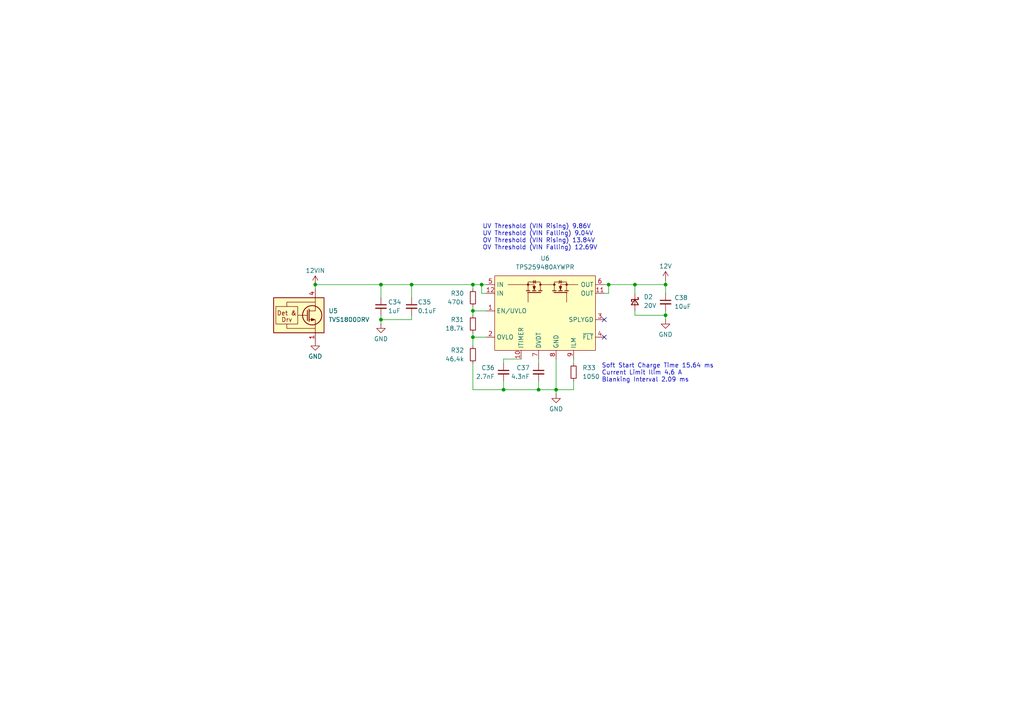
<source format=kicad_sch>
(kicad_sch (version 20250114) (generator "eeschema") (generator_version "9.0")
  (paper "A4")
  (lib_symbols
    (symbol "Device:C_Small" (pin_numbers (hide yes)) (pin_names (offset 0.254) (hide yes))
      (property "Reference" "C" (at 0.254 1.778 0))
      (property "Value" "C_Small" (at 0.254 -2.032 0))
      (symbol "C_Small_0_1"
        (polyline (pts (xy -1.524 0.508) (xy 1.524 0.508)) (stroke (width 0.3048)))
        (polyline (pts (xy -1.524 -0.508) (xy 1.524 -0.508)) (stroke (width 0.3302)))
      )
      (symbol "C_Small_1_1"
        (pin passive line (at 0 2.54 270) (length 2.032) (name "~") (number "1"))
        (pin passive line (at 0 -2.54 90) (length 2.032) (name "~") (number "2"))
      )
    )
    (symbol "Device:D_Schottky_Small" (pin_numbers (hide yes)) (pin_names (offset 0.254) (hide yes))
      (property "Reference" "D" (at -1.27 2.032 0))
      (property "Value" "D_Schottky_Small" (at -7.112 -2.032 0))
      (symbol "D_Schottky_Small_0_1"
        (polyline (pts (xy -1.27 0.762) (xy -1.27 1.016) (xy -0.762 1.016) (xy -0.762 -1.016) (xy -0.254 -1.016) (xy -0.254 -0.762)) (stroke (width 0.254)))
        (polyline (pts (xy -0.762 0) (xy 0.762 0)))
        (polyline (pts (xy 0.762 -1.016) (xy -0.762 0) (xy 0.762 1.016) (xy 0.762 -1.016)) (stroke (width 0.254)))
      )
      (symbol "D_Schottky_Small_1_1"
        (pin passive line (at -2.54 0 0) (length 1.778) (name "K") (number "1"))
        (pin passive line (at 2.54 0 180) (length 1.778) (name "A") (number "2"))
      )
    )
    (symbol "Device:R_Small" (pin_numbers (hide yes)) (pin_names (offset 0.254) (hide yes))
      (property "Reference" "R" (at 0.762 0.508 0))
      (property "Value" "R_Small" (at 0.762 -1.016 0))
      (symbol "R_Small_0_1"
        (rectangle (start -0.762 1.778) (end 0.762 -1.778) (stroke (width 0.2032)))
      )
      (symbol "R_Small_1_1"
        (pin passive line (at 0 2.54 270) (length 0.762) (name "~") (number "1"))
        (pin passive line (at 0 -2.54 90) (length 0.762) (name "~") (number "2"))
      )
    )
    (symbol "Power_Protection:TVS1800DRV" (pin_names (offset 0) (hide yes))
      (property "Reference" "U" (at 2.54 1.27 0))
      (property "Value" "TVS1800DRV" (at 2.54 -1.27 0))
      (symbol "TVS1800DRV_0_0"
        (rectangle (start -11.43 2.54) (end -5.08 -2.54))
        (polyline (pts (xy -8.255 2.54) (xy -8.255 3.81) (xy 0 3.81)))
        (polyline (pts (xy -8.255 -2.54) (xy -8.255 -3.81) (xy 0 -3.81)))
        (polyline (pts (xy 0 1.27) (xy -1.778 1.27)))
        (text "Det &" (at -8.255 0.635 0) (effects (font (size 1.27 1.27))))
        (text "Drv" (at -8.255 -1.27 0) (effects (font (size 1.27 1.27))))
      )
      (symbol "TVS1800DRV_0_1"
        (rectangle (start -12.065 5.08) (end 2.54 -5.08) (stroke (width 0.254)) (fill (type background)))
        (polyline (pts (xy -2.286 1.397) (xy -2.286 -1.524)) (stroke (width 0.254)))
        (polyline (pts (xy -2.286 0) (xy -5.08 0)))
        (polyline (pts (xy -1.778 1.778) (xy -1.778 -1.778)) (stroke (width 0.254)))
        (circle (center -0.889 0) (radius 2.794) (stroke (width 0.254)))
        (polyline (pts (xy -0.127 -1.27) (xy -1.143 -1.651) (xy -1.143 -0.889) (xy -0.127 -1.27)) (fill (type outline)))
        (polyline (pts (xy 0 5.08) (xy 0 2.54)))
        (polyline (pts (xy 0 2.54) (xy 0 1.27)))
        (polyline (pts (xy 0 -2.54) (xy 0 -5.08)))
        (polyline (pts (xy 0 -2.54) (xy 0 -1.27) (xy -1.778 -1.27)))
      )
      (symbol "TVS1800DRV_1_1"
        (pin passive line (at 0 7.62 270) (length 2.54) (name "IN") (number "4"))
        (pin passive line (at 0 7.62 270) (length 2.54) (hide yes) (name "IN") (number "5"))
        (pin passive line (at 0 7.62 270) (length 2.54) (hide yes) (name "IN") (number "6"))
        (pin power_in line (at 0 -7.62 90) (length 2.54) (name "GND") (number "1"))
        (pin passive line (at 0 -7.62 90) (length 2.54) (hide yes) (name "GND") (number "2"))
        (pin passive line (at 0 -7.62 90) (length 2.54) (hide yes) (name "GND") (number "3"))
        (pin passive line (at 0 -7.62 90) (length 2.54) (hide yes) (name "GND") (number "7"))
      )
    )
    (symbol "lib:TPS259480AYWP"
      (property "Reference" "U?" (at -5.08 -22.606 0))
      (property "Value" "TPS259480AYWPR" (at -2.794 -24.892 0))
      (symbol "TPS259480AYWP_0_1"
        (polyline (pts (xy -11.43 7.62) (xy -3.81 7.62) (xy -3.81 5.842)))
        (circle (center -5.588 7.62) (radius 0.254) (fill (type outline)))
        (polyline (pts (xy -5.588 5.842) (xy -5.588 8.382) (xy -2.032 8.382) (xy -2.032 5.842)))
        (polyline (pts (xy -5.588 5.334) (xy -5.588 2.54)))
        (polyline (pts (xy -5.08 5.842) (xy -6.096 5.842)) (stroke (width 0.254)))
        (polyline (pts (xy -3.81 6.096) (xy -3.429 7.112) (xy -4.191 7.112) (xy -3.81 6.096)) (fill (type outline)))
        (polyline (pts (xy -3.429 8.382) (xy -4.064 8.001) (xy -4.064 8.763) (xy -3.429 8.382)))
        (polyline (pts (xy -3.302 7.874) (xy -3.429 8.001) (xy -3.429 8.763) (xy -3.556 8.89)))
        (polyline (pts (xy -3.302 5.842) (xy -4.318 5.842)) (stroke (width 0.254)))
        (circle (center -2.032 7.62) (radius 0.254) (fill (type outline)))
        (polyline (pts (xy -1.905 5.334) (xy -5.715 5.334)) (stroke (width 0.254)))
        (polyline (pts (xy -1.524 5.842) (xy -2.54 5.842)) (stroke (width 0.254)))
        (polyline (pts (xy 1.27 7.62) (xy -2.032 7.62)))
        (polyline (pts (xy 1.27 7.62) (xy 2.032 7.62)))
        (polyline (pts (xy 1.524 5.842) (xy 2.54 5.842)) (stroke (width 0.254)))
        (polyline (pts (xy 1.905 5.334) (xy 5.715 5.334)) (stroke (width 0.254)))
        (circle (center 2.032 7.62) (radius 0.254) (fill (type outline)))
        (polyline (pts (xy 3.302 7.874) (xy 3.429 8.001) (xy 3.429 8.763) (xy 3.556 8.89)))
        (polyline (pts (xy 3.302 5.842) (xy 4.318 5.842)) (stroke (width 0.254)))
        (polyline (pts (xy 3.429 8.382) (xy 4.064 8.001) (xy 4.064 8.763) (xy 3.429 8.382)))
        (polyline (pts (xy 3.81 6.096) (xy 3.429 7.112) (xy 4.191 7.112) (xy 3.81 6.096)) (fill (type outline)))
        (polyline (pts (xy 5.08 5.842) (xy 6.096 5.842)) (stroke (width 0.254)))
        (circle (center 5.588 7.62) (radius 0.254) (fill (type outline)))
        (polyline (pts (xy 5.588 5.842) (xy 5.588 8.382) (xy 2.032 8.382) (xy 2.032 5.842)))
        (polyline (pts (xy 5.588 5.334) (xy 5.588 2.54)))
        (polyline (pts (xy 8.89 7.62) (xy 3.81 7.62) (xy 3.81 5.842)))
      )
      (symbol "TPS259480AYWP_1_1"
        (rectangle (start -15.24 10.16) (end 13.97 -11.43) (fill (type background)))
        (pin power_in line (at -17.78 7.62 0) (length 2.54) (name "IN") (number "5"))
        (pin power_in line (at -17.78 5.08 0) (length 2.54) (name "IN") (number "12"))
        (pin input line (at -17.78 0 0) (length 2.54) (name "EN/UVLO") (number "1"))
        (pin input line (at -17.78 -7.62 0) (length 2.54) (name "OVLO") (number "2"))
        (pin output line (at -7.62 -13.97 90) (length 2.54) (name "ITIMER") (number "10"))
        (pin output line (at -2.54 -13.97 90) (length 2.54) (name "DVDT") (number "7"))
        (pin passive line (at 2.54 -13.97 90) (length 2.54) (name "GND") (number "8"))
        (pin output line (at 7.62 -13.97 90) (length 2.54) (name "ILM") (number "9"))
        (pin power_in line (at 16.51 7.62 180) (length 2.54) (name "OUT") (number "6"))
        (pin power_in line (at 16.51 5.08 180) (length 2.54) (name "OUT") (number "11"))
        (pin output line (at 16.51 -2.54 180) (length 2.54) (name "SPLYGD") (number "3"))
        (pin output line (at 16.51 -7.62 180) (length 2.54) (name "~{FLT}") (number "4"))
      )
    )
    (symbol "power:+12V" (power) (pin_numbers (hide yes)) (pin_names (offset 0) (hide yes))
      (property "Value" "+12V" (at 0 3.556 0))
      (symbol "+12V_0_1"
        (polyline (pts (xy -0.762 1.27) (xy 0 2.54)))
        (polyline (pts (xy 0 2.54) (xy 0.762 1.27)))
        (polyline (pts (xy 0 0) (xy 0 2.54)))
      )
      (symbol "+12V_1_1"
        (pin power_in line (at 0 0 90) (length 0) (name "~") (number "1"))
      )
    )
    (symbol "power:GND" (power) (pin_numbers (hide yes)) (pin_names (offset 0) (hide yes))
      (property "Value" "GND" (at 0 -3.81 0))
      (symbol "GND_0_1"
        (polyline (pts (xy 0 0) (xy 0 -1.27) (xy 1.27 -1.27) (xy 0 -2.54) (xy -1.27 -1.27) (xy 0 -1.27)))
      )
      (symbol "GND_1_1"
        (pin power_in line (at 0 0 270) (length 0) (name "~") (number "1"))
      )
    )
  )
  (text "Soft Start Charge Time 15.64 ms\nCurrent Limit Ilim 4.6 A\nBlanking Interval 2.09 ms" (at 174.498 108.204 0) (effects (font (size 1.27 1.27)) (justify left)))
  (text "UV Threshold (VIN Rising) 9.86V\nUV Threshold (VIN Falling) 9.04V\nOV Threshold (VIN Rising) 13.84V\nOV Threshold (VIN Falling) 12.69V" (at 139.954 68.834 0) (effects (font (size 1.27 1.27)) (justify left)))
  (junction (at 91.44 82.55))
  (junction (at 137.16 90.17))
  (junction (at 137.16 97.79))
  (junction (at 193.04 82.55))
  (junction (at 161.29 113.03))
  (junction (at 176.53 82.55))
  (junction (at 184.15 82.55))
  (junction (at 137.16 82.55))
  (junction (at 156.21 113.03))
  (junction (at 139.7 82.55))
  (junction (at 193.04 91.44))
  (junction (at 146.05 113.03))
  (junction (at 110.49 82.55))
  (junction (at 119.38 82.55))
  (junction (at 110.49 92.71))
  (no_connect (at 175.26 97.79))
  (no_connect (at 175.26 92.71))
  (wire (pts (xy 137.16 105.41) (xy 137.16 113.03)))
  (wire (pts (xy 156.21 110.49) (xy 156.21 113.03)))
  (wire (pts (xy 137.16 83.82) (xy 137.16 82.55)))
  (wire (pts (xy 119.38 82.55) (xy 137.16 82.55)))
  (wire (pts (xy 146.05 104.14) (xy 151.13 104.14)))
  (wire (pts (xy 110.49 93.98) (xy 110.49 92.71)))
  (wire (pts (xy 156.21 113.03) (xy 161.29 113.03)))
  (wire (pts (xy 140.97 97.79) (xy 137.16 97.79)))
  (wire (pts (xy 176.53 82.55) (xy 184.15 82.55)))
  (wire (pts (xy 184.15 82.55) (xy 193.04 82.55)))
  (wire (pts (xy 146.05 110.49) (xy 146.05 113.03)))
  (wire (pts (xy 137.16 96.52) (xy 137.16 97.79)))
  (wire (pts (xy 140.97 90.17) (xy 137.16 90.17)))
  (wire (pts (xy 119.38 82.55) (xy 119.38 86.36)))
  (wire (pts (xy 146.05 113.03) (xy 156.21 113.03)))
  (wire (pts (xy 193.04 81.28) (xy 193.04 82.55)))
  (wire (pts (xy 161.29 104.14) (xy 161.29 113.03)))
  (wire (pts (xy 175.26 85.09) (xy 176.53 85.09)))
  (wire (pts (xy 176.53 85.09) (xy 176.53 82.55)))
  (wire (pts (xy 137.16 82.55) (xy 139.7 82.55)))
  (wire (pts (xy 184.15 90.17) (xy 184.15 91.44)))
  (wire (pts (xy 91.44 82.55) (xy 110.49 82.55)))
  (wire (pts (xy 119.38 92.71) (xy 110.49 92.71)))
  (wire (pts (xy 175.26 82.55) (xy 176.53 82.55)))
  (wire (pts (xy 137.16 88.9) (xy 137.16 90.17)))
  (wire (pts (xy 140.97 85.09) (xy 139.7 85.09)))
  (wire (pts (xy 156.21 104.14) (xy 156.21 105.41)))
  (wire (pts (xy 166.37 113.03) (xy 161.29 113.03)))
  (wire (pts (xy 110.49 82.55) (xy 119.38 82.55)))
  (wire (pts (xy 161.29 113.03) (xy 161.29 114.3)))
  (wire (pts (xy 137.16 113.03) (xy 146.05 113.03)))
  (wire (pts (xy 110.49 82.55) (xy 110.49 86.36)))
  (wire (pts (xy 137.16 90.17) (xy 137.16 91.44)))
  (wire (pts (xy 193.04 85.09) (xy 193.04 82.55)))
  (wire (pts (xy 137.16 97.79) (xy 137.16 100.33)))
  (wire (pts (xy 166.37 110.49) (xy 166.37 113.03)))
  (wire (pts (xy 184.15 91.44) (xy 193.04 91.44)))
  (wire (pts (xy 146.05 105.41) (xy 146.05 104.14)))
  (wire (pts (xy 166.37 104.14) (xy 166.37 105.41)))
  (wire (pts (xy 193.04 91.44) (xy 193.04 92.71)))
  (wire (pts (xy 139.7 85.09) (xy 139.7 82.55)))
  (wire (pts (xy 184.15 82.55) (xy 184.15 85.09)))
  (wire (pts (xy 110.49 92.71) (xy 110.49 91.44)))
  (wire (pts (xy 119.38 91.44) (xy 119.38 92.71)))
  (wire (pts (xy 139.7 82.55) (xy 140.97 82.55)))
  (wire (pts (xy 193.04 90.17) (xy 193.04 91.44)))
  (wire (pts (xy 91.44 82.55) (xy 91.44 83.82)))
  (symbol (lib_id "Device:R_Small") (at 166.37 107.95 0) (mirror y) (unit 1)
    (property "Reference" "R33" (at 168.91 106.6799 0) (effects (justify right)))
    (property "Value" "1050" (at 168.91 109.2199 0) (effects (justify right)))
    (property "Footprint" "Resistor_SMD:R_0603_1608Metric" (effects (hide yes)))
    (property "Description" "1.05 kOhms ±1% 0.1W, 1/10W Chip Resistor 0603 (1608 Metric) Automotive AEC-Q200 Thick Film" (effects (hide yes)))
    (property "M" "VISHAY" (effects (hide yes)))
    (property "MPN" "CRCW06031K05FKEA" (effects (hide yes)))
  )
  (symbol (lib_id "Device:R_Small") (at 137.16 93.98 0) (unit 1)
    (property "Reference" "R31" (at 134.62 92.7099 0) (effects (justify right)))
    (property "Value" "18.7k" (at 134.62 95.2499 0) (effects (justify right)))
    (property "Footprint" "Resistor_SMD:R_0603_1608Metric" (effects (hide yes)))
    (property "Description" "18.7 kOhms ±1% 0.1W, 1/10W Chip Resistor 0603 (1608 Metric) Automotive AEC-Q200 Thick Film" (effects (hide yes)))
    (property "M" "VISHAY" (effects (hide yes)))
    (property "MPN" "CRCW060318K7FKEA" (effects (hide yes)))
  )
  (symbol (lib_id "power:+12V") (at 193.04 81.28 0) (unit 1)
    (property "Reference" "#PWR069" (effects (hide yes)))
    (property "Value" "12V" (at 193.04 77.216 0))
    (property "Description" "Power symbol creates a global label with name \"+12V\"" (effects (hide yes)))
  )
  (symbol (lib_id "power:GND") (at 110.49 93.98 0) (unit 1)
    (property "Reference" "#PWR067" (effects (hide yes)))
    (property "Value" "GND" (at 110.49 98.298 0))
    (property "Description" "Power symbol creates a global label with name \"GND\" , ground" (effects (hide yes)))
  )
  (symbol (lib_id "power:+12V") (at 91.44 82.55 0) (unit 1)
    (property "Reference" "#PWR065" (effects (hide yes)))
    (property "Value" "12VIN" (at 91.44 78.486 0))
    (property "Description" "Power symbol creates a global label with name \"+12V\"" (effects (hide yes)))
  )
  (symbol (lib_id "Device:C_Small") (at 110.49 88.9 0) (unit 1)
    (property "Reference" "C34" (at 112.522 87.63 0) (effects (justify left)))
    (property "Value" "1uF" (at 112.522 90.17 0) (effects (justify left)))
    (property "Footprint" "Capacitor_SMD:C_0603_1608Metric" (effects (hide yes)))
    (property "Description" "1 µF ±10% 35V Ceramic Capacitor X7R 0603 (1608 Metric)" (effects (hide yes)))
    (property "M" "TDK" (effects (hide yes)))
    (property "MPN" "CGA3E1X7R1V105K080DC" (effects (hide yes)))
  )
  (symbol (lib_id "power:GND") (at 161.29 114.3 0) (unit 1)
    (property "Reference" "#PWR068" (effects (hide yes)))
    (property "Value" "GND" (at 161.29 118.618 0))
    (property "Description" "Power symbol creates a global label with name \"GND\" , ground" (effects (hide yes)))
  )
  (symbol (lib_id "Device:D_Schottky_Small") (at 184.15 87.63 270) (unit 1)
    (property "Reference" "D2" (at 186.69 86.1059 90) (effects (justify left)))
    (property "Value" "20V" (at 186.69 88.6459 90) (effects (justify left)))
    (property "Footprint" "Diode_SMD:D_SMC" (effects (hide yes)))
    (property "Description" "DIODE SCHOTTKY 20V 5A SMC" (effects (hide yes)))
    (property "M" "DIODES" (effects (hide yes)))
    (property "MPN" "B520C-13-F" (effects (hide yes)))
  )
  (symbol (lib_id "Device:R_Small") (at 137.16 102.87 0) (unit 1)
    (property "Reference" "R32" (at 134.62 101.5999 0) (effects (justify right)))
    (property "Value" "46.4k" (at 134.62 104.1399 0) (effects (justify right)))
    (property "Footprint" "Resistor_SMD:R_0603_1608Metric" (effects (hide yes)))
    (property "Description" "46.4 kOhms ±1% 0.1W, 1/10W Chip Resistor 0603 (1608 Metric) Automotive AEC-Q200 Thick Film" (effects (hide yes)))
    (property "M" "VISHAY" (effects (hide yes)))
    (property "MPN" "CRCW060346K4FKEA" (effects (hide yes)))
  )
  (symbol (lib_id "Power_Protection:TVS1800DRV") (at 91.44 91.44 0) (unit 1)
    (property "Reference" "U5" (at 95.25 90.1699 0) (effects (justify left)))
    (property "Value" "TVS1800DRV" (at 95.25 92.7099 0) (effects (justify left)))
    (property "Footprint" "Package_SON:WSON-6-1EP_2x2mm_P0.65mm_EP1x1.6mm" (effects (hide yes)))
    (property "Datasheet" "http://www.ti.com/lit/ds/symlink/tvs1800.pdf" (effects (hide yes)))
    (property "Description" "Flat-Clamp Surge Protection Device. 18Vrwm, WSON-6" (effects (hide yes)))
    (property "M" "TEXAS INSTRUMENTS" (effects (hide yes)))
    (property "MPN" "TVS1800DRVR" (effects (hide yes)))
  )
  (symbol (lib_id "Device:C_Small") (at 193.04 87.63 0) (unit 1)
    (property "Reference" "C38" (at 195.58 86.3662 0) (effects (justify left)))
    (property "Value" "10uF" (at 195.58 88.9062 0) (effects (justify left)))
    (property "Footprint" "Capacitor_SMD:C_1206_3216Metric" (effects (hide yes)))
    (property "Description" "10 µF ±10% 35V Ceramic Capacitor X7R 1206 (3216 Metric)" (effects (hide yes)))
    (property "M" "TAIYO" (effects (hide yes)))
    (property "MPN" "GMK316AB7106KL-TR" (effects (hide yes)))
  )
  (symbol (lib_id "Device:C_Small") (at 156.21 107.95 0) (unit 1)
    (property "Reference" "C37" (at 153.67 106.6862 0) (effects (justify right)))
    (property "Value" "4.3nF" (at 153.67 109.2262 0) (effects (justify right)))
    (property "Footprint" "Capacitor_SMD:C_0603_1608Metric" (effects (hide yes)))
    (property "Description" "4300 pF ±5% 50V Ceramic Capacitor C0G, NP0 0603 (1608 Metric)" (effects (hide yes)))
    (property "M" "MURATA" (effects (hide yes)))
    (property "MPN" "GRM1885C1H432JA01D" (effects (hide yes)))
  )
  (symbol (lib_id "Device:C_Small") (at 146.05 107.95 0) (unit 1)
    (property "Reference" "C36" (at 143.51 106.6862 0) (effects (justify right)))
    (property "Value" "2.7nF" (at 143.51 109.2262 0) (effects (justify right)))
    (property "Footprint" "Capacitor_SMD:C_0603_1608Metric" (effects (hide yes)))
    (property "Description" "2700 pF ±5% 50V Ceramic Capacitor C0G, NP0 0603 (1608 Metric)" (effects (hide yes)))
    (property "M" "MURATA" (effects (hide yes)))
    (property "MPN" "GRM1885C1H272JA01D" (effects (hide yes)))
  )
  (symbol (lib_id "lib:TPS259480AYWP") (at 158.75 90.17 0) (unit 1)
    (property "Reference" "U6" (at 158.115 74.93 0))
    (property "Value" "TPS259480AYWPR" (at 158.115 77.47 0))
    (property "Footprint" "lib:TPS259480AYWPR" (effects (hide yes)))
    (property "Description" "Electronic Fuse Regulator High-Side 8A 12-DSBGA (2.43x1.74)" (effects (hide yes)))
    (property "M" "TEXAS INSTRUMENTS" (effects (hide yes)))
    (property "MPN" "TPS259480AYWPR" (effects (hide yes)))
  )
  (symbol (lib_id "power:GND") (at 91.44 99.06 0) (unit 1)
    (property "Reference" "#PWR066" (effects (hide yes)))
    (property "Value" "GND" (at 91.44 103.378 0))
    (property "Description" "Power symbol creates a global label with name \"GND\" , ground" (effects (hide yes)))
  )
  (symbol (lib_id "Device:C_Small") (at 119.38 88.9 0) (unit 1)
    (property "Reference" "C35" (at 121.158 87.63 0) (effects (justify left)))
    (property "Value" "0.1uF" (at 121.158 90.17 0) (effects (justify left)))
    (property "Footprint" "Capacitor_SMD:C_0402_1005Metric" (effects (hide yes)))
    (property "Description" "0.1 µF ±10% 50V Ceramic Capacitor X7R 0402 (1005 Metric)" (effects (hide yes)))
    (property "M" "MURATA" (effects (hide yes)))
    (property "MPN" "GCM155R71H104KE02J" (effects (hide yes)))
  )
  (symbol (lib_id "power:GND") (at 193.04 92.71 0) (unit 1)
    (property "Reference" "#PWR070" (effects (hide yes)))
    (property "Value" "GND" (at 193.04 97.028 0))
    (property "Description" "Power symbol creates a global label with name \"GND\" , ground" (effects (hide yes)))
  )
  (symbol (lib_id "Device:R_Small") (at 137.16 86.36 0) (unit 1)
    (property "Reference" "R30" (at 134.62 85.0899 0) (effects (justify right)))
    (property "Value" "470k" (at 134.62 87.6299 0) (effects (justify right)))
    (property "Footprint" "Resistor_SMD:R_0603_1608Metric" (effects (hide yes)))
    (property "Description" "470 kOhms ±1% 0.1W, 1/10W Chip Resistor 0603 (1608 Metric) Automotive AEC-Q200 Thick Film" (effects (hide yes)))
    (property "M" "VISHAY" (effects (hide yes)))
    (property "MPN" "CRCW0603470KFKEA" (effects (hide yes)))
  )
)
</source>
